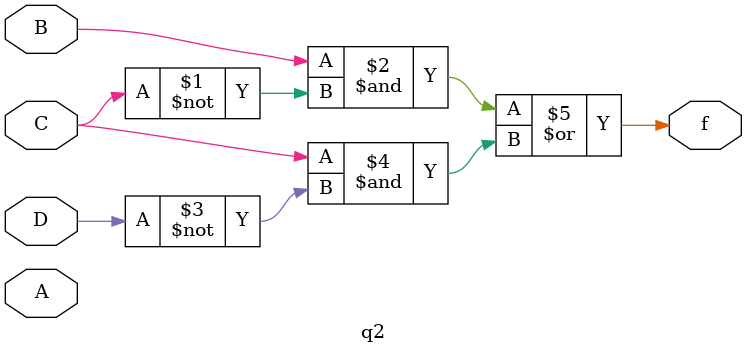
<source format=v>
module q2(A,B,C,D,f);
input A,B,C,D;
output f;
assign f=(B&~C)|(C&~D);
endmodule

</source>
